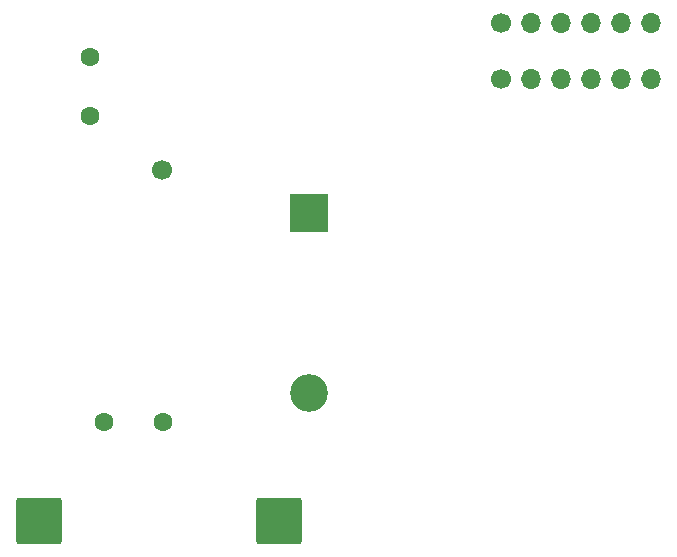
<source format=gbr>
%TF.GenerationSoftware,KiCad,Pcbnew,(7.0.0)*%
%TF.CreationDate,2023-12-28T02:06:20-08:00*%
%TF.ProjectId,Blutooth_Serial,426c7574-6f6f-4746-985f-53657269616c,rev?*%
%TF.SameCoordinates,Original*%
%TF.FileFunction,Soldermask,Bot*%
%TF.FilePolarity,Negative*%
%FSLAX46Y46*%
G04 Gerber Fmt 4.6, Leading zero omitted, Abs format (unit mm)*
G04 Created by KiCad (PCBNEW (7.0.0)) date 2023-12-28 02:06:20*
%MOMM*%
%LPD*%
G01*
G04 APERTURE LIST*
G04 Aperture macros list*
%AMRoundRect*
0 Rectangle with rounded corners*
0 $1 Rounding radius*
0 $2 $3 $4 $5 $6 $7 $8 $9 X,Y pos of 4 corners*
0 Add a 4 corners polygon primitive as box body*
4,1,4,$2,$3,$4,$5,$6,$7,$8,$9,$2,$3,0*
0 Add four circle primitives for the rounded corners*
1,1,$1+$1,$2,$3*
1,1,$1+$1,$4,$5*
1,1,$1+$1,$6,$7*
1,1,$1+$1,$8,$9*
0 Add four rect primitives between the rounded corners*
20,1,$1+$1,$2,$3,$4,$5,0*
20,1,$1+$1,$4,$5,$6,$7,0*
20,1,$1+$1,$6,$7,$8,$9,0*
20,1,$1+$1,$8,$9,$2,$3,0*%
G04 Aperture macros list end*
%ADD10C,1.700000*%
%ADD11O,1.700000X1.700000*%
%ADD12RoundRect,0.250002X-1.699998X-1.699998X1.699998X-1.699998X1.699998X1.699998X-1.699998X1.699998X0*%
%ADD13O,3.200000X3.200000*%
%ADD14R,3.200000X3.200000*%
%ADD15C,1.600000*%
G04 APERTURE END LIST*
D10*
%TO.C,REF\u002A\u002A*%
X88900000Y-65786000D03*
D11*
X91439999Y-65785999D03*
X93979999Y-65785999D03*
X96519999Y-65785999D03*
X99059999Y-65785999D03*
X101599999Y-65785999D03*
%TD*%
D12*
%TO.C,VIN+*%
X70104000Y-107950000D03*
%TD*%
%TO.C,GND*%
X49784000Y-107950000D03*
%TD*%
D11*
%TO.C,IC1*%
X101624999Y-70524499D03*
X99084999Y-70524499D03*
X96544999Y-70524499D03*
X94004999Y-70524499D03*
X91464999Y-70524499D03*
D10*
X88925000Y-70524500D03*
%TD*%
%TO.C,J1*%
X60198000Y-78232000D03*
%TD*%
D13*
%TO.C,D2*%
X72589999Y-97119999D03*
D14*
X72589999Y-81879999D03*
%TD*%
D15*
%TO.C,C2*%
X54102000Y-73660000D03*
X54102000Y-68660000D03*
%TD*%
%TO.C,C1*%
X55280000Y-99560000D03*
X60280000Y-99560000D03*
%TD*%
M02*

</source>
